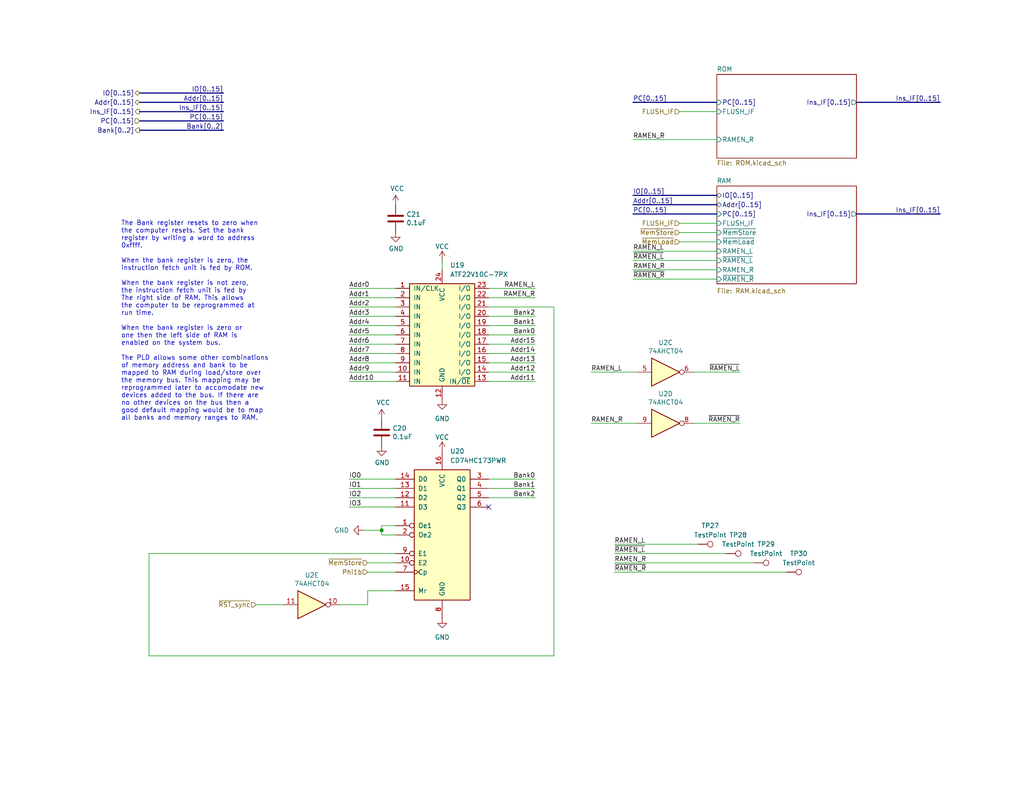
<source format=kicad_sch>
(kicad_sch (version 20250114) (generator "eeschema") (generator_version "9.0")
  (paper "USLetter")
  (title_block (date "2025-07-01") (rev "A"))
  (lib_symbols
    (symbol "Connector:TestPoint" (pin_numbers (hide yes)) (pin_names (offset 0.762) (hide yes))
      (property "Reference" "TP" (at 0 6.858 0))
      (property "Value" "TestPoint" (at 0 5.08 0))
      (symbol "TestPoint_0_1"
        (circle (center 0 3.302) (radius 0.762))
      )
      (symbol "TestPoint_1_1"
        (pin passive line (at 0 0 90) (length 2.54) (name "1") (number "1"))
      )
    )
    (symbol "Device:C" (pin_numbers (hide yes)) (pin_names (offset 0.254))
      (property "Reference" "C" (at 0.635 2.54 0))
      (property "Value" "C" (at 0.635 -2.54 0))
      (symbol "C_0_1"
        (polyline (pts (xy -2.032 0.762) (xy 2.032 0.762)) (stroke (width 0.508)))
        (polyline (pts (xy -2.032 -0.762) (xy 2.032 -0.762)) (stroke (width 0.508)))
      )
      (symbol "C_1_1"
        (pin passive line (at 0 3.81 270) (length 2.794) (name "~") (number "1"))
        (pin passive line (at 0 -3.81 90) (length 2.794) (name "~") (number "2"))
      )
    )
    (symbol "Turtle16:74AHCT04"
      (property "Reference" "U" (at 0 1.27 0))
      (property "Value" "74AHCT04" (at 0 -1.27 0))
      (symbol "74AHCT04_1_0"
        (polyline (pts (xy -3.81 3.81) (xy -3.81 -3.81) (xy 3.81 0) (xy -3.81 3.81)) (stroke (width 0.254)) (fill (type background)))
        (pin input line (at -7.62 0 0) (length 3.81) (name "~") (number "1"))
        (pin output inverted (at 7.62 0 180) (length 3.81) (name "~") (number "2"))
      )
      (symbol "74AHCT04_2_0"
        (polyline (pts (xy -3.81 3.81) (xy -3.81 -3.81) (xy 3.81 0) (xy -3.81 3.81)) (stroke (width 0.254)) (fill (type background)))
        (pin input line (at -7.62 0 0) (length 3.81) (name "~") (number "3"))
        (pin output inverted (at 7.62 0 180) (length 3.81) (name "~") (number "4"))
      )
      (symbol "74AHCT04_3_0"
        (polyline (pts (xy -3.81 3.81) (xy -3.81 -3.81) (xy 3.81 0) (xy -3.81 3.81)) (stroke (width 0.254)) (fill (type background)))
        (pin input line (at -7.62 0 0) (length 3.81) (name "~") (number "5"))
        (pin output inverted (at 7.62 0 180) (length 3.81) (name "~") (number "6"))
      )
      (symbol "74AHCT04_4_0"
        (polyline (pts (xy -3.81 3.81) (xy -3.81 -3.81) (xy 3.81 0) (xy -3.81 3.81)) (stroke (width 0.254)) (fill (type background)))
        (pin input line (at -7.62 0 0) (length 3.81) (name "~") (number "9"))
        (pin output inverted (at 7.62 0 180) (length 3.81) (name "~") (number "8"))
      )
      (symbol "74AHCT04_5_0"
        (polyline (pts (xy -3.81 3.81) (xy -3.81 -3.81) (xy 3.81 0) (xy -3.81 3.81)) (stroke (width 0.254)) (fill (type background)))
        (pin input line (at -7.62 0 0) (length 3.81) (name "~") (number "11"))
        (pin output inverted (at 7.62 0 180) (length 3.81) (name "~") (number "10"))
      )
      (symbol "74AHCT04_6_0"
        (polyline (pts (xy -3.81 3.81) (xy -3.81 -3.81) (xy 3.81 0) (xy -3.81 3.81)) (stroke (width 0.254)) (fill (type background)))
        (pin input line (at -7.62 0 0) (length 3.81) (name "~") (number "13"))
        (pin output inverted (at 7.62 0 180) (length 3.81) (name "~") (number "12"))
      )
      (symbol "74AHCT04_7_0"
        (pin power_in line (at 0 12.7 270) (length 5.08) (name "VCC") (number "14"))
        (pin power_in line (at 0 -12.7 90) (length 5.08) (name "GND") (number "7"))
      )
      (symbol "74AHCT04_7_1"
        (rectangle (start -5.08 7.62) (end 5.08 -7.62) (stroke (width 0.254)) (fill (type background)))
      )
    )
    (symbol "Turtle16:ATF22V10C" (pin_names (offset 1.016))
      (symbol "ATF22V10C_1_1"
        (rectangle (start -8.89 -15.24) (end 8.89 12.7) (stroke (width 0.254)) (fill (type background)))
        (pin input line (at -12.7 11.43 0) (length 3.81) (name "IN/CLK") (number "1"))
        (pin input line (at -12.7 8.89 0) (length 3.81) (name "IN") (number "2"))
        (pin input line (at -12.7 6.35 0) (length 3.81) (name "IN") (number "3"))
        (pin input line (at -12.7 3.81 0) (length 3.81) (name "IN") (number "4"))
        (pin input line (at -12.7 1.27 0) (length 3.81) (name "IN") (number "5"))
        (pin input line (at -12.7 -1.27 0) (length 3.81) (name "IN") (number "6"))
        (pin input line (at -12.7 -3.81 0) (length 3.81) (name "IN") (number "7"))
        (pin input line (at -12.7 -6.35 0) (length 3.81) (name "IN") (number "8"))
        (pin input line (at -12.7 -8.89 0) (length 3.81) (name "IN") (number "9"))
        (pin input line (at -12.7 -11.43 0) (length 3.81) (name "IN") (number "10"))
        (pin input line (at -12.7 -13.97 0) (length 3.81) (name "IN") (number "11"))
        (pin power_in line (at 0 16.51 270) (length 3.81) (name "VCC") (number "24"))
        (pin power_in line (at 0 -19.05 90) (length 3.81) (name "GND") (number "12"))
        (pin passive line (at 12.7 11.43 180) (length 3.81) (name "I/O") (number "23"))
        (pin passive line (at 12.7 8.89 180) (length 3.81) (name "I/O") (number "22"))
        (pin passive line (at 12.7 6.35 180) (length 3.81) (name "I/O") (number "21"))
        (pin passive line (at 12.7 3.81 180) (length 3.81) (name "I/O") (number "20"))
        (pin passive line (at 12.7 1.27 180) (length 3.81) (name "I/O") (number "19"))
        (pin passive line (at 12.7 -1.27 180) (length 3.81) (name "I/O") (number "18"))
        (pin passive line (at 12.7 -3.81 180) (length 3.81) (name "I/O") (number "17"))
        (pin passive line (at 12.7 -6.35 180) (length 3.81) (name "I/O") (number "16"))
        (pin passive line (at 12.7 -8.89 180) (length 3.81) (name "I/O") (number "15"))
        (pin passive line (at 12.7 -11.43 180) (length 3.81) (name "I/O") (number "14"))
        (pin input line (at 12.7 -13.97 180) (length 3.81) (name "IN/~{OE}") (number "13"))
      )
    )
    (symbol "Turtle16:CD74HC173PWR" (pin_names (offset 1.016))
      (property "Reference" "U" (at 8.89 21.59 0))
      (property "Value" "CD74HC173PWR" (at 8.89 19.05 0))
      (symbol "CD74HC173PWR_1_0"
        (pin input line (at -12.7 15.24 0) (length 5.08) (name "D0") (number "14"))
        (pin input line (at -12.7 12.7 0) (length 5.08) (name "D1") (number "13"))
        (pin input line (at -12.7 10.16 0) (length 5.08) (name "D2") (number "12"))
        (pin input line (at -12.7 7.62 0) (length 5.08) (name "D3") (number "11"))
        (pin input inverted (at -12.7 2.54 0) (length 5.08) (name "Oe1") (number "1"))
        (pin input inverted (at -12.7 0 0) (length 5.08) (name "Oe2") (number "2"))
        (pin input inverted (at -12.7 -5.08 0) (length 5.08) (name "E1") (number "9"))
        (pin input inverted (at -12.7 -7.62 0) (length 5.08) (name "E2") (number "10"))
        (pin input clock (at -12.7 -10.16 0) (length 5.08) (name "Cp") (number "7"))
        (pin input line (at -12.7 -15.24 0) (length 5.08) (name "Mr") (number "15"))
        (pin power_in line (at 0 22.86 270) (length 5.08) (name "VCC") (number "16"))
        (pin power_in line (at 0 -22.86 90) (length 5.08) (name "GND") (number "8"))
        (pin tri_state line (at 12.7 15.24 180) (length 5.08) (name "Q0") (number "3"))
        (pin tri_state line (at 12.7 12.7 180) (length 5.08) (name "Q1") (number "4"))
        (pin tri_state line (at 12.7 10.16 180) (length 5.08) (name "Q2") (number "5"))
        (pin tri_state line (at 12.7 7.62 180) (length 5.08) (name "Q3") (number "6"))
      )
      (symbol "CD74HC173PWR_1_1"
        (rectangle (start -7.62 17.78) (end 7.62 -17.78) (stroke (width 0.254)) (fill (type background)))
      )
    )
    (symbol "power:GND" (power) (pin_numbers (hide yes)) (pin_names (offset 0) (hide yes))
      (property "Value" "GND" (at 0 -3.81 0))
      (symbol "GND_0_1"
        (polyline (pts (xy 0 0) (xy 0 -1.27) (xy 1.27 -1.27) (xy 0 -2.54) (xy -1.27 -1.27) (xy 0 -1.27)))
      )
      (symbol "GND_1_1"
        (pin power_in line (at 0 0 270) (length 0) (name "~") (number "1"))
      )
    )
    (symbol "power:VCC" (power) (pin_numbers (hide yes)) (pin_names (offset 0) (hide yes))
      (property "Value" "VCC" (at 0 3.556 0))
      (symbol "VCC_0_1"
        (polyline (pts (xy -0.762 1.27) (xy 0 2.54)))
        (polyline (pts (xy 0 2.54) (xy 0.762 1.27)))
        (polyline (pts (xy 0 0) (xy 0 2.54)))
      )
      (symbol "VCC_1_1"
        (pin power_in line (at 0 0 90) (length 0) (name "~") (number "1"))
      )
    )
  )
  (text "The Bank register resets to zero when\nthe computer resets. Set the bank\nregister by writing a word to address\n0xffff.\n\nWhen the bank register is zero, the\ninstruction fetch unit is fed by ROM.\n\nWhen the bank register is not zero,\nthe instruction fetch unit is fed by\nThe right side of RAM. This allows\nthe computer to be reprogrammed at\nrun time.\n\nWhen the bank register is zero or\none then the left side of RAM is\nenabled on the system bus.\n\nThe PLD allows some other combinations\nof memory address and bank to be\nmapped to RAM during load/store over\nthe memory bus. This mapping may be\nreprogrammed later to accomodate new\ndevices added to the bus. If there are\nno other devices on the bus then a\ngood default mapping would be to map\nall banks and memory ranges to RAM." (at 33.02 114.935 0) (effects (font (size 1.27 1.27)) (justify left bottom)))
  (junction (at 104.14 144.78))
  (no_connect (at 133.35 138.43))
  (wire (pts (xy 146.05 135.89) (xy 133.35 135.89)))
  (bus (pts (xy 233.68 58.42) (xy 256.54 58.42)))
  (wire (pts (xy 104.14 144.78) (xy 104.14 146.05)))
  (wire (pts (xy 95.25 135.89) (xy 107.95 135.89)))
  (wire (pts (xy 95.25 88.9) (xy 107.95 88.9)))
  (wire (pts (xy 146.05 78.74) (xy 133.35 78.74)))
  (bus (pts (xy 38.1 33.02) (xy 60.96 33.02)))
  (wire (pts (xy 100.33 165.1) (xy 100.33 161.29)))
  (bus (pts (xy 195.58 27.94) (xy 172.72 27.94)))
  (wire (pts (xy 95.25 138.43) (xy 107.95 138.43)))
  (wire (pts (xy 40.64 151.13) (xy 107.95 151.13)))
  (wire (pts (xy 95.25 133.35) (xy 107.95 133.35)))
  (bus (pts (xy 195.58 58.42) (xy 172.72 58.42)))
  (wire (pts (xy 95.25 130.81) (xy 107.95 130.81)))
  (wire (pts (xy 201.93 115.57) (xy 189.23 115.57)))
  (wire (pts (xy 172.72 38.1) (xy 195.58 38.1)))
  (wire (pts (xy 95.25 91.44) (xy 107.95 91.44)))
  (wire (pts (xy 146.05 91.44) (xy 133.35 91.44)))
  (wire (pts (xy 146.05 86.36) (xy 133.35 86.36)))
  (wire (pts (xy 146.05 104.14) (xy 133.35 104.14)))
  (wire (pts (xy 69.85 165.1) (xy 77.47 165.1)))
  (wire (pts (xy 95.25 81.28) (xy 107.95 81.28)))
  (wire (pts (xy 146.05 88.9) (xy 133.35 88.9)))
  (wire (pts (xy 99.06 144.78) (xy 104.14 144.78)))
  (wire (pts (xy 172.72 71.12) (xy 195.58 71.12)))
  (wire (pts (xy 146.05 133.35) (xy 133.35 133.35)))
  (bus (pts (xy 38.1 35.56) (xy 60.96 35.56)))
  (wire (pts (xy 95.25 101.6) (xy 107.95 101.6)))
  (wire (pts (xy 167.64 156.21) (xy 214.63 156.21)))
  (wire (pts (xy 185.42 66.04) (xy 195.58 66.04)))
  (wire (pts (xy 40.64 151.13) (xy 40.64 179.07)))
  (bus (pts (xy 195.58 53.34) (xy 172.72 53.34)))
  (wire (pts (xy 104.14 146.05) (xy 107.95 146.05)))
  (wire (pts (xy 151.13 83.82) (xy 151.13 179.07)))
  (wire (pts (xy 146.05 101.6) (xy 133.35 101.6)))
  (wire (pts (xy 133.35 83.82) (xy 151.13 83.82)))
  (bus (pts (xy 38.1 30.48) (xy 60.96 30.48)))
  (wire (pts (xy 146.05 99.06) (xy 133.35 99.06)))
  (bus (pts (xy 195.58 55.88) (xy 172.72 55.88)))
  (wire (pts (xy 185.42 30.48) (xy 195.58 30.48)))
  (wire (pts (xy 95.25 83.82) (xy 107.95 83.82)))
  (wire (pts (xy 146.05 81.28) (xy 133.35 81.28)))
  (wire (pts (xy 146.05 93.98) (xy 133.35 93.98)))
  (wire (pts (xy 172.72 76.2) (xy 195.58 76.2)))
  (wire (pts (xy 95.25 99.06) (xy 107.95 99.06)))
  (wire (pts (xy 95.25 104.14) (xy 107.95 104.14)))
  (wire (pts (xy 95.25 78.74) (xy 107.95 78.74)))
  (wire (pts (xy 92.71 165.1) (xy 100.33 165.1)))
  (wire (pts (xy 100.33 161.29) (xy 107.95 161.29)))
  (wire (pts (xy 120.65 71.12) (xy 120.65 73.66)))
  (wire (pts (xy 100.33 153.67) (xy 107.95 153.67)))
  (wire (pts (xy 95.25 96.52) (xy 107.95 96.52)))
  (wire (pts (xy 100.33 156.21) (xy 107.95 156.21)))
  (wire (pts (xy 172.72 68.58) (xy 195.58 68.58)))
  (wire (pts (xy 167.64 148.59) (xy 190.5 148.59)))
  (wire (pts (xy 95.25 86.36) (xy 107.95 86.36)))
  (wire (pts (xy 95.25 93.98) (xy 107.95 93.98)))
  (wire (pts (xy 185.42 60.96) (xy 195.58 60.96)))
  (wire (pts (xy 201.93 101.6) (xy 189.23 101.6)))
  (wire (pts (xy 167.64 151.13) (xy 198.12 151.13)))
  (bus (pts (xy 38.1 25.4) (xy 60.96 25.4)))
  (wire (pts (xy 146.05 130.81) (xy 133.35 130.81)))
  (wire (pts (xy 40.64 179.07) (xy 151.13 179.07)))
  (wire (pts (xy 167.64 153.67) (xy 205.74 153.67)))
  (wire (pts (xy 104.14 143.51) (xy 104.14 144.78)))
  (wire (pts (xy 161.29 101.6) (xy 173.99 101.6)))
  (bus (pts (xy 38.1 27.94) (xy 60.96 27.94)))
  (wire (pts (xy 107.95 143.51) (xy 104.14 143.51)))
  (wire (pts (xy 146.05 96.52) (xy 133.35 96.52)))
  (wire (pts (xy 172.72 73.66) (xy 195.58 73.66)))
  (bus (pts (xy 233.68 27.94) (xy 256.54 27.94)))
  (wire (pts (xy 161.29 115.57) (xy 173.99 115.57)))
  (wire (pts (xy 185.42 63.5) (xy 195.58 63.5)))
  (label "Addr15" (at 146.05 93.98 180))
  (label "~{RAMEN_L}" (at 172.72 71.12 0))
  (label "Addr7" (at 95.25 96.52 0))
  (label "Addr1" (at 95.25 81.28 0))
  (label "RAMEN_L" (at 167.64 148.59 0))
  (label "~{RAMEN_R}" (at 167.64 156.21 0))
  (label "RAMEN_L" (at 172.72 68.58 0))
  (label "Addr9" (at 95.25 101.6 0))
  (label "PC[0..15]" (at 172.72 27.94 0))
  (label "Addr13" (at 146.05 99.06 180))
  (label "RAMEN_R" (at 167.64 153.67 0))
  (label "Addr14" (at 146.05 96.52 180))
  (label "~{RAMEN_R}" (at 201.93 115.57 180))
  (label "Bank0" (at 146.05 91.44 180))
  (label "Addr[0..15]" (at 172.72 55.88 0))
  (label "Bank1" (at 146.05 133.35 180))
  (label "Addr3" (at 95.25 86.36 0))
  (label "Bank[0..2]" (at 60.96 35.56 180))
  (label "Addr6" (at 95.25 93.98 0))
  (label "Ins_IF[0..15]" (at 256.54 27.94 180))
  (label "RAMEN_L" (at 161.29 101.6 0))
  (label "RAMEN_R" (at 172.72 73.66 0))
  (label "IO2" (at 95.25 135.89 0))
  (label "Addr11" (at 146.05 104.14 180))
  (label "~{RAMEN_L}" (at 201.93 101.6 180))
  (label "Ins_IF[0..15]" (at 60.96 30.48 180))
  (label "~{RAMEN_L}" (at 167.64 151.13 0))
  (label "Addr10" (at 95.25 104.14 0))
  (label "Addr5" (at 95.25 91.44 0))
  (label "Ins_IF[0..15]" (at 256.54 58.42 180))
  (label "Bank0" (at 146.05 130.81 180))
  (label "Addr0" (at 95.25 78.74 0))
  (label "IO[0..15]" (at 60.96 25.4 180))
  (label "PC[0..15]" (at 60.96 33.02 180))
  (label "Addr8" (at 95.25 99.06 0))
  (label "Addr2" (at 95.25 83.82 0))
  (label "Bank2" (at 146.05 86.36 180))
  (label "RAMEN_R" (at 146.05 81.28 180))
  (label "Addr4" (at 95.25 88.9 0))
  (label "IO1" (at 95.25 133.35 0))
  (label "Bank1" (at 146.05 88.9 180))
  (label "IO[0..15]" (at 172.72 53.34 0))
  (label "Bank2" (at 146.05 135.89 180))
  (label "PC[0..15]" (at 172.72 58.42 0))
  (label "RAMEN_R" (at 161.29 115.57 0))
  (label "RAMEN_R" (at 172.72 38.1 0))
  (label "IO0" (at 95.25 130.81 0))
  (label "RAMEN_L" (at 146.05 78.74 180))
  (label "IO3" (at 95.25 138.43 0))
  (label "Addr[0..15]" (at 60.96 27.94 180))
  (label "~{RAMEN_R}" (at 172.72 76.2 0))
  (label "Addr12" (at 146.05 101.6 180))
  (hierarchical_label "Phi1b" (shape input) (at 100.33 156.21 180))
  (hierarchical_label "PC[0..15]" (shape input) (at 38.1 33.02 180))
  (hierarchical_label "~{MemStore}" (shape input) (at 100.33 153.67 180))
  (hierarchical_label "IO[0..15]" (shape tri_state) (at 38.1 25.4 180))
  (hierarchical_label "~{RST_sync}" (shape input) (at 69.85 165.1 180))
  (hierarchical_label "Addr[0..15]" (shape tri_state) (at 38.1 27.94 180))
  (hierarchical_label "Bank[0..2]" (shape output) (at 38.1 35.56 180))
  (hierarchical_label "~{MemStore}" (shape input) (at 185.42 63.5 180))
  (hierarchical_label "FLUSH_IF" (shape input) (at 185.42 30.48 180))
  (hierarchical_label "Ins_IF[0..15]" (shape output) (at 38.1 30.48 180))
  (hierarchical_label "~{MemLoad}" (shape input) (at 185.42 66.04 180))
  (hierarchical_label "FLUSH_IF" (shape input) (at 185.42 60.96 180))
  (symbol (lib_id "Turtle16:ATF22V10C") (at 120.65 90.17 0) (unit 1)
    (property "Reference" "U19" (at 122.7933 72.39 0) (effects (justify left)))
    (property "Value" "ATF22V10C-7PX" (at 122.7933 74.93 0) (effects (justify left)))
    (property "Footprint" "Package_DIP:DIP-24_W7.62mm_Socket" (effects (hide yes)))
    (property "Datasheet" "https://www.mouser.com/datasheet/2/268/doc0735-1369018.pdf" (effects (hide yes)))
    (property "Manufacturer" "Microchip Technology" (effects (hide yes)))
    (property "Manufacturer#" "ATF22V10C-7PX" (effects (hide yes)))
    (property "Mouser#" "556-AF22V10C7PX" (effects (hide yes)))
    (property "Digikey#" "ATF22V10C-7PX-ND" (effects (hide yes)))
  )
  (symbol (lib_id "power:GND") (at 104.14 121.92 0) (unit 1)
    (property "Reference" "#PWR0158" (effects (hide yes)))
    (property "Value" "GND" (at 104.267 126.3142 0))
    (property "Description" "Power symbol creates a global label with name \"GND\" , ground" (effects (hide yes)))
  )
  (symbol (lib_id "Turtle16:74AHCT04") (at 181.61 115.57 0) (unit 4)
    (property "Reference" "U2" (at 181.61 107.5182 0))
    (property "Value" "74AHCT04" (at 181.61 109.8296 0))
    (property "Footprint" "Package_SO:TSSOP-14_4.4x5mm_P0.65mm" (effects (hide yes)))
    (property "Datasheet" "https://assets.nexperia.com/documents/data-sheet/74AHC_AHCT04.pdf" (effects (hide yes)))
    (property "Manufacturer" "Nexperia" (effects (hide yes)))
    (property "Manufacturer#" "74AHCT04APWJ" (effects (hide yes)))
    (property "Mouser#" "771-74AHCT04APWJ" (effects (hide yes)))
    (property "Digikey#" "1727-74AHCT04APWJCT-ND" (effects (hide yes)))
  )
  (symbol (lib_id "power:GND") (at 99.06 144.78 270) (unit 1)
    (property "Reference" "#PWR0156" (effects (hide yes)))
    (property "Value" "GND" (at 95.25 144.7799 90) (effects (justify right)))
    (property "Description" "Power symbol creates a global label with name \"GND\" , ground" (effects (hide yes)))
  )
  (symbol (lib_id "Device:C") (at 107.95 59.69 0) (unit 1)
    (property "Reference" "C21" (at 110.871 58.5216 0) (effects (justify left)))
    (property "Value" "0.1uF" (at 110.871 60.833 0) (effects (justify left)))
    (property "Footprint" "Capacitor_SMD:C_0603_1608Metric" (effects (hide yes)))
    (property "Datasheet" "https://www.mouser.com/datasheet/2/396/taiyo_yuden_12132018_mlcc11_hq_e-1510082.pdf" (effects (hide yes)))
    (property "Manufacturer" "Taiyo Yuden" (effects (hide yes)))
    (property "Manufacturer#" "EMK107B7104KAHT" (effects (hide yes)))
    (property "Mouser#" "963-EMK107B7104KAHT" (effects (hide yes)))
    (property "Digikey#" "587-6004-1-ND" (effects (hide yes)))
  )
  (symbol (lib_id "Device:C") (at 104.14 118.11 0) (unit 1)
    (property "Reference" "C20" (at 107.061 116.9416 0) (effects (justify left)))
    (property "Value" "0.1uF" (at 107.061 119.253 0) (effects (justify left)))
    (property "Footprint" "Capacitor_SMD:C_0603_1608Metric" (effects (hide yes)))
    (property "Datasheet" "https://www.mouser.com/datasheet/2/396/taiyo_yuden_12132018_mlcc11_hq_e-1510082.pdf" (effects (hide yes)))
    (property "Manufacturer" "Taiyo Yuden" (effects (hide yes)))
    (property "Manufacturer#" "EMK107B7104KAHT" (effects (hide yes)))
    (property "Mouser#" "963-EMK107B7104KAHT" (effects (hide yes)))
    (property "Digikey#" "587-6004-1-ND" (effects (hide yes)))
  )
  (symbol (lib_id "Connector:TestPoint") (at 214.63 156.21 270) (mirror x) (unit 1) (in_bom no)
    (property "Reference" "TP30" (at 217.932 151.13 90))
    (property "Value" "TestPoint" (at 217.932 153.67 90))
    (property "Footprint" "TestPoint:TestPoint_Pad_D1.0mm" (effects (hide yes)))
  )
  (symbol (lib_id "Turtle16:74AHCT04") (at 85.09 165.1 0) (unit 5)
    (property "Reference" "U2" (at 85.09 157.0482 0))
    (property "Value" "74AHCT04" (at 85.09 159.3596 0))
    (property "Footprint" "Package_SO:TSSOP-14_4.4x5mm_P0.65mm" (effects (hide yes)))
    (property "Datasheet" "https://assets.nexperia.com/documents/data-sheet/74AHC_AHCT04.pdf" (effects (hide yes)))
    (property "Manufacturer" "Nexperia" (effects (hide yes)))
    (property "Manufacturer#" "74AHCT04APWJ" (effects (hide yes)))
    (property "Mouser#" "771-74AHCT04APWJ" (effects (hide yes)))
    (property "Digikey#" "1727-74AHCT04APWJCT-ND" (effects (hide yes)))
  )
  (symbol (lib_id "Turtle16:74AHCT04") (at 181.61 101.6 0) (unit 3)
    (property "Reference" "U2" (at 181.61 93.5482 0))
    (property "Value" "74AHCT04" (at 181.61 95.8596 0))
    (property "Footprint" "Package_SO:TSSOP-14_4.4x5mm_P0.65mm" (effects (hide yes)))
    (property "Datasheet" "https://assets.nexperia.com/documents/data-sheet/74AHC_AHCT04.pdf" (effects (hide yes)))
    (property "Manufacturer" "Nexperia" (effects (hide yes)))
    (property "Manufacturer#" "74AHCT04APWJ" (effects (hide yes)))
    (property "Mouser#" "771-74AHCT04APWJ" (effects (hide yes)))
    (property "Digikey#" "1727-74AHCT04APWJCT-ND" (effects (hide yes)))
  )
  (symbol (lib_id "power:GND") (at 120.65 168.91 0) (unit 1)
    (property "Reference" "#PWR0164" (effects (hide yes)))
    (property "Value" "GND" (at 120.65 173.99 0))
    (property "Description" "Power symbol creates a global label with name \"GND\" , ground" (effects (hide yes)))
  )
  (symbol (lib_id "power:GND") (at 120.65 109.22 0) (unit 1)
    (property "Reference" "#PWR0162" (effects (hide yes)))
    (property "Value" "GND" (at 120.65 114.3 0))
    (property "Description" "Power symbol creates a global label with name \"GND\" , ground" (effects (hide yes)))
  )
  (symbol (lib_id "Turtle16:CD74HC173PWR") (at 120.65 146.05 0) (unit 1)
    (property "Reference" "U20" (at 122.7933 123.19 0) (effects (justify left)))
    (property "Value" "CD74HC173PWR" (at 122.7933 125.73 0) (effects (justify left)))
    (property "Footprint" "Package_SO:TSSOP-16_4.4x5mm_P0.65mm" (effects (hide yes)))
    (property "Datasheet" "https://www.ti.com/general/docs/suppproductinfo.tsp?distId=26&gotoUrl=https://www.ti.com/lit/gpn/cd74hc173" (effects (hide yes)))
    (property "Manufacturer" "Texas Instruments" (effects (hide yes)))
    (property "Manufacturer#" "CD74HC173PWR" (effects (hide yes)))
    (property "Mouser#" "595-CD74HC173PWR" (effects (hide yes)))
    (property "Digikey#" "296-12792-1-ND" (effects (hide yes)))
  )
  (symbol (lib_id "Connector:TestPoint") (at 205.74 153.67 270) (mirror x) (unit 1) (in_bom no)
    (property "Reference" "TP29" (at 209.042 148.59 90))
    (property "Value" "TestPoint" (at 209.042 151.13 90))
    (property "Footprint" "TestPoint:TestPoint_Pad_D1.0mm" (effects (hide yes)))
  )
  (symbol (lib_id "power:VCC") (at 120.65 123.19 0) (unit 1)
    (property "Reference" "#PWR0163" (effects (hide yes)))
    (property "Value" "VCC" (at 120.65 119.38 0))
    (property "Description" "Power symbol creates a global label with name \"VCC\"" (effects (hide yes)))
  )
  (symbol (lib_id "power:GND") (at 107.95 63.5 0) (unit 1)
    (property "Reference" "#PWR0160" (effects (hide yes)))
    (property "Value" "GND" (at 108.077 67.8942 0))
    (property "Description" "Power symbol creates a global label with name \"GND\" , ground" (effects (hide yes)))
  )
  (symbol (lib_id "Connector:TestPoint") (at 190.5 148.59 270) (mirror x) (unit 1) (in_bom no)
    (property "Reference" "TP27" (at 193.802 143.51 90))
    (property "Value" "TestPoint" (at 193.802 146.05 90))
    (property "Footprint" "TestPoint:TestPoint_Pad_D1.0mm" (effects (hide yes)))
  )
  (symbol (lib_id "power:VCC") (at 104.14 114.3 0) (unit 1)
    (property "Reference" "#PWR0157" (effects (hide yes)))
    (property "Value" "VCC" (at 104.5718 109.9058 0))
    (property "Description" "Power symbol creates a global label with name \"VCC\"" (effects (hide yes)))
  )
  (symbol (lib_id "power:VCC") (at 107.95 55.88 0) (unit 1)
    (property "Reference" "#PWR0159" (effects (hide yes)))
    (property "Value" "VCC" (at 108.3818 51.4858 0))
    (property "Description" "Power symbol creates a global label with name \"VCC\"" (effects (hide yes)))
  )
  (symbol (lib_id "Connector:TestPoint") (at 198.12 151.13 270) (mirror x) (unit 1) (in_bom no)
    (property "Reference" "TP28" (at 201.422 146.05 90))
    (property "Value" "TestPoint" (at 201.422 148.59 90))
    (property "Footprint" "TestPoint:TestPoint_Pad_D1.0mm" (effects (hide yes)))
  )
  (symbol (lib_id "power:VCC") (at 120.65 71.12 0) (unit 1)
    (property "Reference" "#PWR0161" (effects (hide yes)))
    (property "Value" "VCC" (at 120.65 67.31 0))
    (property "Description" "Power symbol creates a global label with name \"VCC\"" (effects (hide yes)))
  )
  (sheet (at 195.58 20.32) (size 38.1 22.86) (stroke (width 0.1524))
    (property "Sheetname" "ROM" (at 195.58 19.6084 0) (effects (justify left bottom)))
    (property "Sheetfile" "ROM.kicad_sch" (at 195.58 43.7646 0) (effects (justify left top)))
    (pin "RAMEN_R" input (at 195.58 38.1 180))
    (pin "FLUSH_IF" input (at 195.58 30.48 180))
    (pin "PC[0..15]" input (at 195.58 27.94 180))
    (pin "Ins_IF[0..15]" output (at 233.68 27.94 0))
  )
  (sheet (at 195.58 50.8) (size 38.1 26.67) (stroke (width 0.1524))
    (property "Sheetname" "RAM" (at 195.58 50.0884 0) (effects (justify left bottom)))
    (property "Sheetfile" "RAM.kicad_sch" (at 195.58 78.6896 0) (effects (justify left top)))
    (pin "Ins_IF[0..15]" output (at 233.68 58.42 0))
    (pin "IO[0..15]" tri_state (at 195.58 53.34 180))
    (pin "Addr[0..15]" tri_state (at 195.58 55.88 180))
    (pin "PC[0..15]" input (at 195.58 58.42 180))
    (pin "FLUSH_IF" input (at 195.58 60.96 180))
    (pin "~{MemStore}" input (at 195.58 63.5 180))
    (pin "~{MemLoad}" input (at 195.58 66.04 180))
    (pin "~{RAMEN_L}" input (at 195.58 71.12 180))
    (pin "~{RAMEN_R}" input (at 195.58 76.2 180))
    (pin "RAMEN_R" input (at 195.58 73.66 180))
    (pin "RAMEN_L" input (at 195.58 68.58 180))
  )
)
</source>
